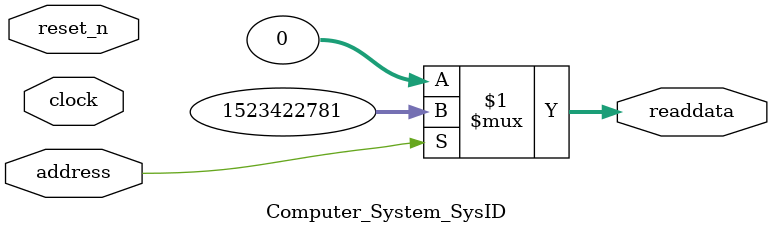
<source format=v>



// synthesis translate_off
`timescale 1ns / 1ps
// synthesis translate_on

// turn off superfluous verilog processor warnings 
// altera message_level Level1 
// altera message_off 10034 10035 10036 10037 10230 10240 10030 

module Computer_System_SysID (
               // inputs:
                address,
                clock,
                reset_n,

               // outputs:
                readdata
             )
;

  output  [ 31: 0] readdata;
  input            address;
  input            clock;
  input            reset_n;

  wire    [ 31: 0] readdata;
  //control_slave, which is an e_avalon_slave
  assign readdata = address ? 1523422781 : 0;

endmodule



</source>
